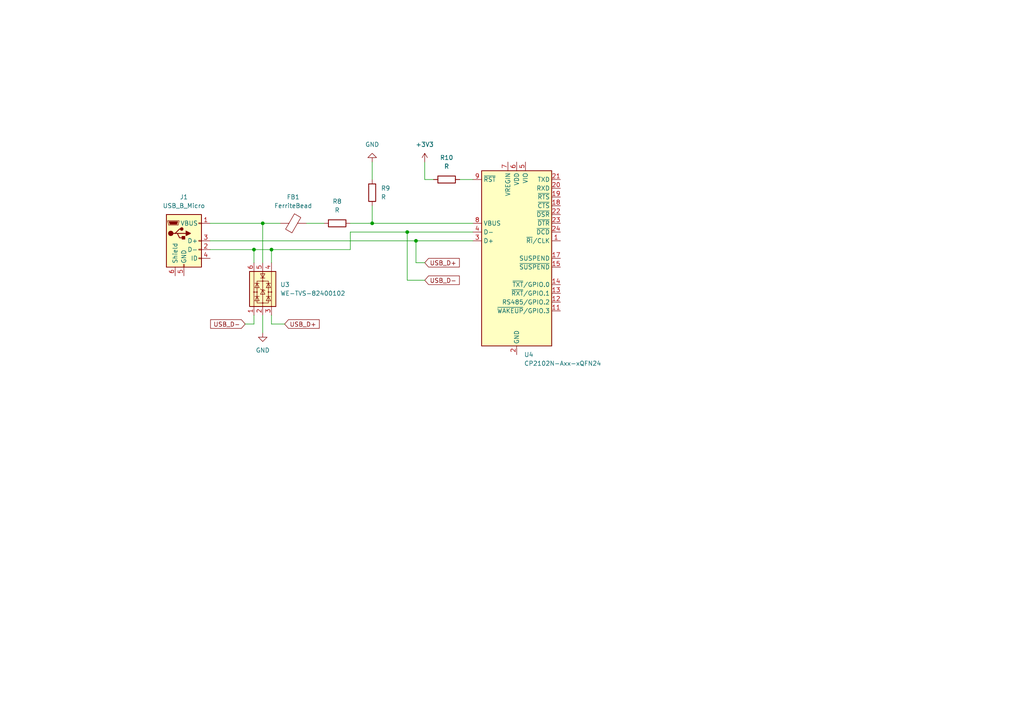
<source format=kicad_sch>
(kicad_sch (version 20250114) (generator "eeschema") (generator_version "9.0")
  (paper "A4")
  (lib_symbols
    (symbol "Connector:USB_B_Micro" (pin_names (offset 1.016))
      (property "Reference" "J" (at -5.08 11.43 0))
      (property "Value" "USB_B_Micro" (at -5.08 8.89 0))
      (symbol "USB_B_Micro_0_1"
        (rectangle (start -5.08 -7.62) (end 5.08 7.62) (stroke (width 0.254)) (fill (type background)))
        (polyline (pts (xy -4.699 5.842) (xy -4.699 5.588) (xy -4.445 4.826) (xy -4.445 4.572) (xy -1.651 4.572) (xy -1.651 4.826) (xy -1.397 5.588) (xy -1.397 5.842) (xy -4.699 5.842)))
        (polyline (pts (xy -4.318 5.588) (xy -1.778 5.588) (xy -2.032 4.826) (xy -4.064 4.826) (xy -4.318 5.588)) (fill (type outline)))
        (circle (center -3.81 2.159) (radius 0.635) (stroke (width 0.254)) (fill (type outline)))
        (polyline (pts (xy -3.175 2.159) (xy -2.54 2.159) (xy -1.27 3.429) (xy -0.635 3.429)) (stroke (width 0.254)))
        (polyline (pts (xy -2.54 2.159) (xy -1.905 2.159) (xy -1.27 0.889) (xy 0 0.889)) (stroke (width 0.254)))
        (polyline (pts (xy -1.905 2.159) (xy 0.635 2.159)) (stroke (width 0.254)))
        (circle (center -0.635 3.429) (radius 0.381) (stroke (width 0.254)) (fill (type outline)))
        (rectangle (start -0.127 -7.62) (end 0.127 -6.858))
        (rectangle (start 0.254 1.27) (end -0.508 0.508) (stroke (width 0.254)) (fill (type outline)))
        (polyline (pts (xy 0.635 2.794) (xy 0.635 1.524) (xy 1.905 2.159) (xy 0.635 2.794)) (stroke (width 0.254)) (fill (type outline)))
        (rectangle (start 5.08 4.953) (end 4.318 5.207))
        (rectangle (start 5.08 -0.127) (end 4.318 0.127))
        (rectangle (start 5.08 -2.667) (end 4.318 -2.413))
        (rectangle (start 5.08 -5.207) (end 4.318 -4.953))
      )
      (symbol "USB_B_Micro_1_1"
        (pin passive line (at -2.54 -10.16 90) (length 2.54) (name "Shield") (number "6"))
        (pin power_out line (at 0 -10.16 90) (length 2.54) (name "GND") (number "5"))
        (pin power_out line (at 7.62 5.08 180) (length 2.54) (name "VBUS") (number "1"))
        (pin bidirectional line (at 7.62 0 180) (length 2.54) (name "D+") (number "3"))
        (pin bidirectional line (at 7.62 -2.54 180) (length 2.54) (name "D-") (number "2"))
        (pin passive line (at 7.62 -5.08 180) (length 2.54) (name "ID") (number "4"))
      )
    )
    (symbol "Device:FerriteBead" (pin_numbers (hide yes)) (pin_names (offset 0))
      (property "Reference" "FB" (at -3.81 0.635 90))
      (property "Value" "FerriteBead" (at 3.81 0 90))
      (symbol "FerriteBead_0_1"
        (polyline (pts (xy -2.7686 0.4064) (xy -1.7018 2.2606) (xy 2.7686 -0.3048) (xy 1.6764 -2.159) (xy -2.7686 0.4064)))
        (polyline (pts (xy 0 1.27) (xy 0 1.2954)))
        (polyline (pts (xy 0 -1.27) (xy 0 -1.2192)))
      )
      (symbol "FerriteBead_1_1"
        (pin passive line (at 0 3.81 270) (length 2.54) (name "~") (number "1"))
        (pin passive line (at 0 -3.81 90) (length 2.54) (name "~") (number "2"))
      )
    )
    (symbol "Device:R" (pin_numbers (hide yes)) (pin_names (offset 0))
      (property "Reference" "R" (at 2.032 0 90))
      (property "Value" "R" (at 0 0 90))
      (symbol "R_0_1"
        (rectangle (start -1.016 -2.54) (end 1.016 2.54) (stroke (width 0.254)))
      )
      (symbol "R_1_1"
        (pin passive line (at 0 3.81 270) (length 1.27) (name "~") (number "1"))
        (pin passive line (at 0 -3.81 90) (length 1.27) (name "~") (number "2"))
      )
    )
    (symbol "Interface_USB:CP2102N-Axx-xQFN24"
      (property "Reference" "U" (at -8.89 26.67 0))
      (property "Value" "CP2102N-Axx-xQFN24" (at 13.97 26.67 0))
      (symbol "CP2102N-Axx-xQFN24_0_1"
        (rectangle (start -10.16 25.4) (end 10.16 -25.4) (stroke (width 0.254)) (fill (type background)))
      )
      (symbol "CP2102N-Axx-xQFN24_1_1"
        (pin input line (at -12.7 22.86 0) (length 2.54) (name "~{RST}") (number "9"))
        (pin input line (at -12.7 10.16 0) (length 2.54) (name "VBUS") (number "8"))
        (pin bidirectional line (at -12.7 7.62 0) (length 2.54) (name "D-") (number "4"))
        (pin bidirectional line (at -12.7 5.08 0) (length 2.54) (name "D+") (number "3"))
        (pin no_connect line (at -10.16 -22.86 0) (length 2.54) (hide yes) (name "NC") (number "10"))
        (pin power_in line (at -2.54 27.94 270) (length 2.54) (name "VREGIN") (number "7"))
        (pin power_in line (at 0 27.94 270) (length 2.54) (name "VDD") (number "6"))
        (pin power_in line (at 0 -27.94 90) (length 2.54) (name "GND") (number "2"))
        (pin passive line (at 0 -27.94 90) (length 2.54) (hide yes) (name "GND") (number "25"))
        (pin power_in line (at 2.54 27.94 270) (length 2.54) (name "VIO") (number "5"))
        (pin no_connect line (at 10.16 -22.86 180) (length 2.54) (hide yes) (name "NC") (number "16"))
        (pin output line (at 12.7 22.86 180) (length 2.54) (name "TXD") (number "21"))
        (pin input line (at 12.7 20.32 180) (length 2.54) (name "RXD") (number "20"))
        (pin output line (at 12.7 17.78 180) (length 2.54) (name "~{RTS}") (number "19"))
        (pin input line (at 12.7 15.24 180) (length 2.54) (name "~{CTS}") (number "18"))
        (pin input line (at 12.7 12.7 180) (length 2.54) (name "~{DSR}") (number "22"))
        (pin output line (at 12.7 10.16 180) (length 2.54) (name "~{DTR}") (number "23"))
        (pin input line (at 12.7 7.62 180) (length 2.54) (name "~{DCD}") (number "24"))
        (pin bidirectional line (at 12.7 5.08 180) (length 2.54) (name "~{RI}/CLK") (number "1"))
        (pin output line (at 12.7 0 180) (length 2.54) (name "SUSPEND") (number "17"))
        (pin output line (at 12.7 -2.54 180) (length 2.54) (name "~{SUSPEND}") (number "15"))
        (pin bidirectional line (at 12.7 -7.62 180) (length 2.54) (name "~{TXT}/GPIO.0") (number "14"))
        (pin bidirectional line (at 12.7 -10.16 180) (length 2.54) (name "~{RXT}/GPIO.1") (number "13"))
        (pin bidirectional line (at 12.7 -12.7 180) (length 2.54) (name "RS485/GPIO.2") (number "12"))
        (pin bidirectional line (at 12.7 -15.24 180) (length 2.54) (name "~{WAKEUP}/GPIO.3") (number "11"))
      )
    )
    (symbol "Power_Protection:WE-TVS-82400102"
      (property "Reference" "U" (at 0 7.62 0))
      (property "Value" "WE-TVS-82400102" (at 0 5.08 0))
      (symbol "WE-TVS-82400102_0_1"
        (polyline (pts (xy -5.08 2.54) (xy 5.08 2.54)))
        (polyline (pts (xy -5.08 -2.54) (xy 5.08 -2.54)))
        (rectangle (start -4.064 1.651) (end 2.286 -1.651))
        (circle (center -4.064 0) (radius 0.127))
        (polyline (pts (xy -4.064 0) (xy -5.08 0)))
        (polyline (pts (xy -4.064 0) (xy 2.286 0)) (fill (type outline)))
        (polyline (pts (xy -3.429 1.016) (xy -3.429 2.286) (xy -2.159 1.651) (xy -3.429 1.016)))
        (polyline (pts (xy -3.429 -1.016) (xy -3.429 -2.286) (xy -2.159 -1.651) (xy -3.429 -1.016)))
        (polyline (pts (xy -2.159 2.286) (xy -2.159 1.016)))
        (polyline (pts (xy -2.159 -1.016) (xy -2.159 -2.286)))
        (circle (center -0.889 2.54) (radius 0.127))
        (circle (center -0.889 1.651) (radius 0.127))
        (polyline (pts (xy -0.889 1.651) (xy -0.889 2.54)))
        (circle (center -0.889 -1.651) (radius 0.127))
        (polyline (pts (xy -0.889 -1.651) (xy -0.889 -2.413)))
        (circle (center -0.889 -2.54) (radius 0.127))
        (polyline (pts (xy -0.508 -0.635) (xy -0.508 -0.635)))
        (polyline (pts (xy 0 0.635) (xy -0.254 0.381) (xy -0.254 -0.381) (xy -0.508 -0.635)))
        (polyline (pts (xy 0.381 1.016) (xy 0.381 2.286) (xy 1.651 1.651) (xy 0.381 1.016)))
        (polyline (pts (xy 0.381 -1.016) (xy 0.381 -2.286) (xy 1.651 -1.651) (xy 0.381 -1.016)))
        (polyline (pts (xy 1.651 2.286) (xy 1.651 1.016)))
        (polyline (pts (xy 1.651 -1.016) (xy 1.651 -2.286)))
        (polyline (pts (xy 2.286 0) (xy 5.08 0)))
        (circle (center 2.286 0) (radius 0.127))
      )
      (symbol "WE-TVS-82400102_1_1"
        (rectangle (start -5.08 3.81) (end 5.08 -3.81) (stroke (width 0.254)) (fill (type background)))
        (polyline (pts (xy -1.524 0.635) (xy -1.524 -0.635) (xy -0.254 0) (xy -1.524 0.635)))
        (polyline (pts (xy 3.175 0.635) (xy 3.175 -0.635)))
        (polyline (pts (xy 4.445 0.635) (xy 4.445 -0.635) (xy 3.175 0) (xy 4.445 0.635)))
        (pin passive line (at -7.62 2.54 0) (length 2.54) (name "~") (number "1"))
        (pin passive line (at -7.62 0 0) (length 2.54) (name "~") (number "2"))
        (pin passive line (at -7.62 -2.54 0) (length 2.54) (name "~") (number "3"))
        (pin passive line (at 7.62 2.54 180) (length 2.54) (name "~") (number "6"))
        (pin passive line (at 7.62 0 180) (length 2.54) (name "~") (number "5"))
        (pin passive line (at 7.62 -2.54 180) (length 2.54) (name "~") (number "4"))
      )
    )
    (symbol "power:+3V3" (power) (pin_numbers (hide yes)) (pin_names (offset 0) (hide yes))
      (property "Value" "+3V3" (at 0 3.556 0))
      (symbol "+3V3_0_1"
        (polyline (pts (xy -0.762 1.27) (xy 0 2.54)))
        (polyline (pts (xy 0 2.54) (xy 0.762 1.27)))
        (polyline (pts (xy 0 0) (xy 0 2.54)))
      )
      (symbol "+3V3_1_1"
        (pin power_in line (at 0 0 90) (length 0) (name "~") (number "1"))
      )
    )
    (symbol "power:GND" (power) (pin_numbers (hide yes)) (pin_names (offset 0) (hide yes))
      (property "Value" "GND" (at 0 -3.81 0))
      (symbol "GND_0_1"
        (polyline (pts (xy 0 0) (xy 0 -1.27) (xy 1.27 -1.27) (xy 0 -2.54) (xy -1.27 -1.27) (xy 0 -1.27)))
      )
      (symbol "GND_1_1"
        (pin power_in line (at 0 0 270) (length 0) (name "~") (number "1"))
      )
    )
  )
  (junction (at 118.11 67.31))
  (junction (at 76.2 64.77))
  (junction (at 78.74 72.39))
  (junction (at 107.95 64.77))
  (junction (at 120.65 69.85))
  (junction (at 73.66 72.39))
  (wire (pts (xy 123.19 81.28) (xy 118.11 81.28)))
  (wire (pts (xy 60.96 69.85) (xy 120.65 69.85)))
  (wire (pts (xy 133.35 52.07) (xy 137.16 52.07)))
  (wire (pts (xy 123.19 52.07) (xy 125.73 52.07)))
  (wire (pts (xy 107.95 59.69) (xy 107.95 64.77)))
  (wire (pts (xy 60.96 72.39) (xy 73.66 72.39)))
  (wire (pts (xy 101.6 64.77) (xy 107.95 64.77)))
  (wire (pts (xy 60.96 64.77) (xy 76.2 64.77)))
  (wire (pts (xy 76.2 91.44) (xy 76.2 96.52)))
  (wire (pts (xy 73.66 72.39) (xy 78.74 72.39)))
  (wire (pts (xy 73.66 72.39) (xy 73.66 76.2)))
  (wire (pts (xy 120.65 69.85) (xy 120.65 76.2)))
  (wire (pts (xy 76.2 64.77) (xy 81.28 64.77)))
  (wire (pts (xy 118.11 67.31) (xy 118.11 81.28)))
  (wire (pts (xy 101.6 72.39) (xy 101.6 67.31)))
  (wire (pts (xy 76.2 64.77) (xy 76.2 76.2)))
  (wire (pts (xy 118.11 67.31) (xy 137.16 67.31)))
  (wire (pts (xy 73.66 93.98) (xy 71.12 93.98)))
  (wire (pts (xy 78.74 72.39) (xy 78.74 76.2)))
  (wire (pts (xy 78.74 93.98) (xy 82.55 93.98)))
  (wire (pts (xy 123.19 76.2) (xy 120.65 76.2)))
  (wire (pts (xy 73.66 91.44) (xy 73.66 93.98)))
  (wire (pts (xy 101.6 67.31) (xy 118.11 67.31)))
  (wire (pts (xy 78.74 72.39) (xy 101.6 72.39)))
  (wire (pts (xy 107.95 46.99) (xy 107.95 52.07)))
  (wire (pts (xy 78.74 91.44) (xy 78.74 93.98)))
  (wire (pts (xy 107.95 64.77) (xy 137.16 64.77)))
  (wire (pts (xy 88.9 64.77) (xy 93.98 64.77)))
  (wire (pts (xy 123.19 46.99) (xy 123.19 52.07)))
  (wire (pts (xy 120.65 69.85) (xy 137.16 69.85)))
  (global_label "USB_D-" (shape input) (at 71.12 93.98 180) (property "Intersheetrefs" "${INTERSHEET_REFS}" (effects (hide yes))))
  (global_label "USB_D+" (shape input) (at 82.55 93.98 0) (property "Intersheetrefs" "${INTERSHEET_REFS}" (effects (hide yes))))
  (global_label "USB_D-" (shape input) (at 123.19 81.28 0) (property "Intersheetrefs" "${INTERSHEET_REFS}" (effects (hide yes))))
  (global_label "USB_D+" (shape input) (at 123.19 76.2 0) (property "Intersheetrefs" "${INTERSHEET_REFS}" (effects (hide yes))))
  (symbol (lib_id "Device:R") (at 107.95 55.88 180) (unit 1)
    (property "Reference" "R9" (at 110.49 54.6099 0) (effects (justify right)))
    (property "Value" "R" (at 110.49 57.1499 0) (effects (justify right)))
    (property "Description" "Resistor" (effects (hide yes)))
  )
  (symbol (lib_id "Device:R") (at 97.79 64.77 90) (unit 1)
    (property "Reference" "R8" (at 97.79 58.42 90))
    (property "Value" "R" (at 97.79 60.96 90))
    (property "Description" "Resistor" (effects (hide yes)))
  )
  (symbol (lib_id "power:+3V3") (at 123.19 46.99 0) (unit 1)
    (property "Reference" "#PWR015" (effects (hide yes)))
    (property "Value" "+3V3" (at 123.19 41.91 0))
    (property "Description" "Power symbol creates a global label with name \"+3V3\"" (effects (hide yes)))
  )
  (symbol (lib_id "power:GND") (at 107.95 46.99 180) (unit 1)
    (property "Reference" "#PWR014" (effects (hide yes)))
    (property "Value" "GND" (at 107.95 41.91 0))
    (property "Description" "Power symbol creates a global label with name \"GND\" , ground" (effects (hide yes)))
  )
  (symbol (lib_id "power:GND") (at 76.2 96.52 0) (unit 1)
    (property "Reference" "#PWR012" (effects (hide yes)))
    (property "Value" "GND" (at 76.2 101.6 0))
    (property "Description" "Power symbol creates a global label with name \"GND\" , ground" (effects (hide yes)))
  )
  (symbol (lib_id "Power_Protection:WE-TVS-82400102") (at 76.2 83.82 90) (unit 1)
    (property "Reference" "U3" (at 81.28 82.5499 90) (effects (justify right)))
    (property "Value" "WE-TVS-82400102" (at 81.28 85.0899 90) (effects (justify right)))
    (property "Footprint" "Package_TO_SOT_SMD:SOT-23-6" (effects (hide yes)))
    (property "Datasheet" "https://www.we-online.com/components/products/datasheet/82400102.pdf" (effects (hide yes)))
    (property "Description" "Low Capacitance TVS Diode Array, 2 Channels, SOT-23-6" (effects (hide yes)))
  )
  (symbol (lib_id "Interface_USB:CP2102N-Axx-xQFN24") (at 149.86 74.93 0) (unit 1)
    (property "Reference" "U4" (at 152.0033 102.87 0) (effects (justify left)))
    (property "Value" "CP2102N-Axx-xQFN24" (at 152.0033 105.41 0) (effects (justify left)))
    (property "Footprint" "Package_DFN_QFN:QFN-24-1EP_4x4mm_P0.5mm_EP2.6x2.6mm" (effects (hide yes)))
    (property "Datasheet" "https://www.silabs.com/documents/public/data-sheets/cp2102n-datasheet.pdf" (effects (hide yes)))
    (property "Description" "USB to UART master bridge, QFN-24" (effects (hide yes)))
  )
  (symbol (lib_id "Connector:USB_B_Micro") (at 53.34 69.85 0) (unit 1)
    (property "Reference" "J1" (at 53.34 57.15 0))
    (property "Value" "USB_B_Micro" (at 53.34 59.69 0))
    (property "Description" "USB Micro Type B connector" (effects (hide yes)))
  )
  (symbol (lib_id "Device:R") (at 129.54 52.07 90) (unit 1)
    (property "Reference" "R10" (at 129.54 45.72 90))
    (property "Value" "R" (at 129.54 48.26 90))
    (property "Description" "Resistor" (effects (hide yes)))
  )
  (symbol (lib_id "Device:FerriteBead") (at 85.09 64.77 90) (unit 1)
    (property "Reference" "FB1" (at 85.0392 57.15 90))
    (property "Value" "FerriteBead" (at 85.0392 59.69 90))
    (property "Description" "Ferrite bead" (effects (hide yes)))
  )
)
</source>
